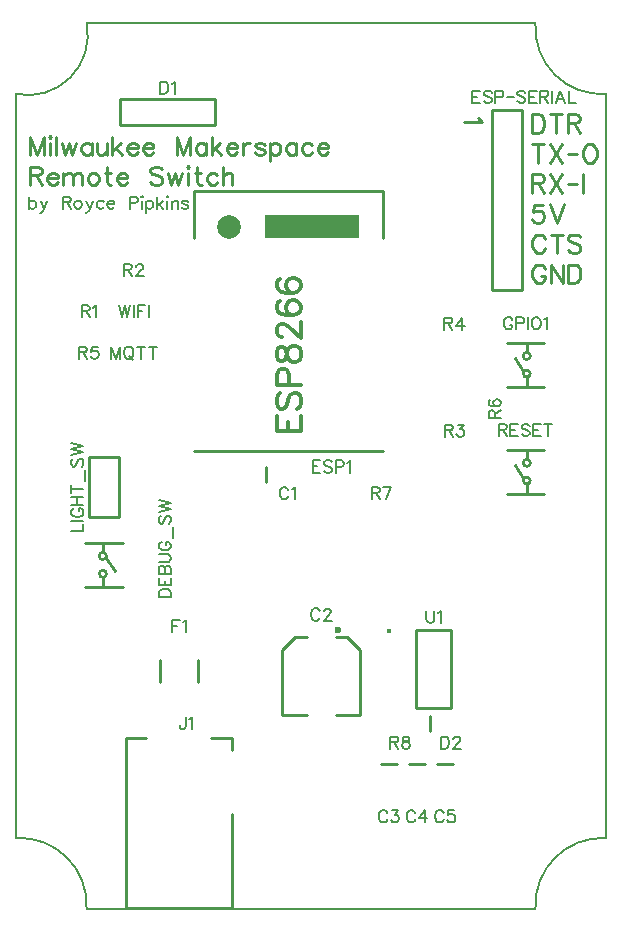
<source format=gto>
G04 DipTrace 3.0.0.0*
G04 TopSilk.gbr*
%MOIN*%
G04 #@! TF.FileFunction,Legend,Top*
G04 #@! TF.Part,Single*
%ADD10C,0.009843*%
%ADD11C,0.006*%
%ADD18C,0.02362*%
%ADD24C,0.07874*%
%ADD34C,0.015433*%
%ADD77C,0.006176*%
%ADD78C,0.009264*%
%ADD79C,0.012351*%
%FSLAX26Y26*%
G04*
G70*
G90*
G75*
G01*
G04 TopSilk*
%LPD*%
X1148778Y647427D2*
D10*
X1068071Y647395D1*
X1148778Y647427D2*
Y863932D1*
X1105462Y907227D2*
X1148778Y863932D1*
X1105462Y907227D2*
X1068071D1*
X969643Y647395D2*
X888936Y647427D1*
Y863932D1*
X932251Y907227D2*
X888936Y863932D1*
X969643Y907227D2*
X932251D1*
D18*
X1075931Y930882D3*
X1312022Y483852D2*
D10*
X1363164D1*
X1405735D2*
X1456877D1*
X1218310D2*
X1269451D1*
X833732Y1423277D2*
Y1474419D1*
X348815Y2698531D2*
X663776D1*
X348815Y2611917D2*
X663776D1*
X348815Y2698531D2*
Y2611917D1*
X663776Y2698531D2*
Y2611917D1*
X1381705Y591940D2*
Y643081D1*
X593812Y2392516D2*
Y2235051D1*
X1223734Y2392516D2*
Y2235051D1*
X593812Y2392516D2*
X1223734D1*
Y1526374D2*
X593812D1*
D24*
X711923Y2274417D3*
G36*
X830033Y2313783D2*
X1144993D1*
Y2235051D1*
X830033D1*
Y2313783D1*
G37*
X1687661Y2661457D2*
D10*
X1587694D1*
Y2061450D1*
X1687661D1*
Y2661457D1*
X481951Y830411D2*
Y755413D1*
X607939Y830411D2*
Y755413D1*
X1636550Y1530106D2*
X1762503D1*
X1636550Y1384437D2*
X1762503D1*
X1703454Y1530106D2*
Y1498610D1*
Y1388374D2*
Y1411996D1*
X1691637Y1427744D2*
G02X1691637Y1427744I11817J0D01*
G01*
Y1486799D2*
G02X1691637Y1486799I11817J0D01*
G01*
Y1435618D2*
X1664077Y1478925D1*
X366642Y1828D2*
X720991D1*
Y316778D1*
Y529408D2*
Y568762D1*
X652081D1*
X435552D2*
X366642D1*
Y1828D1*
X243781Y1305098D2*
X343781D1*
X243781Y1505098D2*
Y1305098D1*
Y1505098D2*
X343781D1*
Y1305098D1*
X1636550Y1886394D2*
X1762503D1*
X1636550Y1740724D2*
X1762503D1*
X1703454Y1886394D2*
Y1854898D1*
Y1744661D2*
Y1768283D1*
X1691637Y1784031D2*
G02X1691637Y1784031I11817J0D01*
G01*
Y1843087D2*
G02X1691637Y1843087I11817J0D01*
G01*
Y1791906D2*
X1664077Y1835213D1*
D34*
X1244961Y927676D3*
X1334189Y928728D2*
D10*
Y668860D1*
X1452299Y928728D2*
Y668860D1*
X1334189D2*
X1452299D1*
X1334189Y928728D2*
X1452299D1*
X357409Y1073808D2*
X231457D1*
X357409Y1219478D2*
X231457D1*
X290506Y1073808D2*
Y1105304D1*
Y1215541D2*
Y1191919D1*
X278689Y1176171D2*
G02X278689Y1176171I11817J0D01*
G01*
Y1117115D2*
G02X278689Y1117115I11817J0D01*
G01*
X302322Y1168297D2*
X329883Y1124990D1*
X1013632Y991713D2*
D77*
X1011731Y995515D1*
X1007884Y999362D1*
X1004081Y1001264D1*
X996432D1*
X992585Y999362D1*
X988783Y995515D1*
X986837Y991713D1*
X984936Y985965D1*
Y976370D1*
X986837Y970666D1*
X988783Y966820D1*
X992585Y963017D1*
X996432Y961071D1*
X1004081D1*
X1007884Y963017D1*
X1011731Y966820D1*
X1013632Y970666D1*
X1027929Y991669D2*
Y993570D1*
X1029830Y997417D1*
X1031731Y999318D1*
X1035578Y1001219D1*
X1043227D1*
X1047030Y999318D1*
X1048931Y997417D1*
X1050877Y993570D1*
Y989767D1*
X1048931Y985921D1*
X1045129Y980217D1*
X1025983Y961071D1*
X1052778D1*
X1331417Y318981D2*
X1329516Y322783D1*
X1325669Y326630D1*
X1321867Y328531D1*
X1314218D1*
X1310371Y326630D1*
X1306568Y322783D1*
X1304623Y318981D1*
X1302722Y313233D1*
Y303638D1*
X1304623Y297934D1*
X1306568Y294087D1*
X1310371Y290285D1*
X1314218Y288339D1*
X1321867D1*
X1325669Y290285D1*
X1329516Y294087D1*
X1331417Y297934D1*
X1362914Y288339D2*
Y328487D1*
X1343769Y301737D1*
X1372465D1*
X1426081Y318981D2*
X1424179Y322783D1*
X1420333Y326630D1*
X1416530Y328531D1*
X1408881D1*
X1405034Y326630D1*
X1401232Y322783D1*
X1399286Y318981D1*
X1397385Y313233D1*
Y303638D1*
X1399286Y297934D1*
X1401232Y294087D1*
X1405034Y290285D1*
X1408881Y288339D1*
X1416530D1*
X1420333Y290285D1*
X1424179Y294087D1*
X1426081Y297934D1*
X1461380Y328487D2*
X1442279D1*
X1440378Y311287D1*
X1442279Y313189D1*
X1448027Y315134D1*
X1453731D1*
X1459479Y313189D1*
X1463326Y309386D1*
X1465227Y303638D1*
Y299836D1*
X1463326Y294087D1*
X1459479Y290241D1*
X1453731Y288339D1*
X1448027D1*
X1442279Y290241D1*
X1440378Y292186D1*
X1438432Y295989D1*
X1238656Y318981D2*
X1236754Y322783D1*
X1232907Y326630D1*
X1229105Y328531D1*
X1221456D1*
X1217609Y326630D1*
X1213806Y322783D1*
X1211861Y318981D1*
X1209960Y313233D1*
Y303638D1*
X1211861Y297934D1*
X1213806Y294087D1*
X1217609Y290285D1*
X1221456Y288339D1*
X1229105D1*
X1232907Y290285D1*
X1236754Y294087D1*
X1238656Y297934D1*
X1254854Y328487D2*
X1275856D1*
X1264404Y313189D1*
X1270152D1*
X1273955Y311287D1*
X1275856Y309386D1*
X1277802Y303638D1*
Y299836D1*
X1275856Y294087D1*
X1272054Y290241D1*
X1266306Y288339D1*
X1260557D1*
X1254854Y290241D1*
X1252952Y292186D1*
X1251007Y295989D1*
X907984Y1396203D2*
X906083Y1400005D1*
X902236Y1403852D1*
X898433Y1405753D1*
X890784D1*
X886937Y1403852D1*
X883135Y1400005D1*
X881189Y1396203D1*
X879288Y1390455D1*
Y1380860D1*
X881189Y1375156D1*
X883135Y1371309D1*
X886937Y1367507D1*
X890784Y1365561D1*
X898433D1*
X902236Y1367507D1*
X906083Y1371309D1*
X907984Y1375156D1*
X920335Y1398060D2*
X924182Y1400005D1*
X929930Y1405709D1*
Y1365561D1*
X481925Y2757110D2*
Y2716918D1*
X495322D1*
X501070Y2718863D1*
X504917Y2722666D1*
X506818Y2726513D1*
X508720Y2732217D1*
Y2741811D1*
X506818Y2747559D1*
X504917Y2751362D1*
X501070Y2755209D1*
X495322Y2757110D1*
X481925D1*
X521071Y2749416D2*
X524918Y2751362D1*
X530666Y2757066D1*
Y2716918D1*
X1417621Y574416D2*
Y534224D1*
X1431019D1*
X1436767Y536169D1*
X1440614Y539972D1*
X1442515Y543819D1*
X1444416Y549523D1*
Y559117D1*
X1442515Y564865D1*
X1440614Y568668D1*
X1436767Y572515D1*
X1431019Y574416D1*
X1417621D1*
X1458713Y564821D2*
Y566722D1*
X1460614Y570569D1*
X1462516Y572470D1*
X1466362Y574372D1*
X1474012D1*
X1477814Y572470D1*
X1479715Y570569D1*
X1481661Y566722D1*
Y562920D1*
X1479715Y559073D1*
X1475913Y553369D1*
X1456768Y534224D1*
X1483562D1*
X1014843Y1494744D2*
X989994D1*
Y1454552D1*
X1014843D1*
X989994Y1475598D2*
X1005293D1*
X1053990Y1488996D2*
X1050187Y1492843D1*
X1044439Y1494744D1*
X1036790D1*
X1031042Y1492843D1*
X1027195Y1488996D1*
Y1485193D1*
X1029140Y1481346D1*
X1031042Y1479445D1*
X1034844Y1477544D1*
X1046340Y1473697D1*
X1050187Y1471796D1*
X1052088Y1469850D1*
X1053990Y1466048D1*
Y1460300D1*
X1050187Y1456497D1*
X1044439Y1454552D1*
X1036790D1*
X1031042Y1456497D1*
X1027195Y1460300D1*
X1066341Y1473697D2*
X1083585D1*
X1089289Y1475598D1*
X1091234Y1477544D1*
X1093136Y1481346D1*
Y1487095D1*
X1091234Y1490897D1*
X1089289Y1492843D1*
X1083585Y1494744D1*
X1066341D1*
Y1454552D1*
X1105487Y1487050D2*
X1109334Y1488996D1*
X1115082Y1494700D1*
Y1454552D1*
X1547318Y2726847D2*
X1522469D1*
Y2686655D1*
X1547318D1*
X1522469Y2707702D2*
X1537767D1*
X1586464Y2721099D2*
X1582662Y2724946D1*
X1576914Y2726847D1*
X1569264D1*
X1563516Y2724946D1*
X1559669Y2721099D1*
Y2717297D1*
X1561615Y2713450D1*
X1563516Y2711549D1*
X1567319Y2709648D1*
X1578815Y2705801D1*
X1582662Y2703900D1*
X1584563Y2701954D1*
X1586464Y2698152D1*
Y2692404D1*
X1582662Y2688601D1*
X1576914Y2686655D1*
X1569264D1*
X1563516Y2688601D1*
X1559669Y2692404D1*
X1598816Y2705801D2*
X1616060D1*
X1621763Y2707702D1*
X1623709Y2709648D1*
X1625610Y2713450D1*
Y2719198D1*
X1623709Y2723001D1*
X1621763Y2724946D1*
X1616060Y2726847D1*
X1598816D1*
Y2686655D1*
X1637962Y2706729D2*
X1660069D1*
X1699215Y2721099D2*
X1695413Y2724946D1*
X1689665Y2726847D1*
X1682016D1*
X1676268Y2724946D1*
X1672421Y2721099D1*
Y2717297D1*
X1674366Y2713450D1*
X1676268Y2711549D1*
X1680070Y2709648D1*
X1691566Y2705801D1*
X1695413Y2703900D1*
X1697314Y2701954D1*
X1699215Y2698152D1*
Y2692404D1*
X1695413Y2688601D1*
X1689665Y2686655D1*
X1682016D1*
X1676268Y2688601D1*
X1672421Y2692404D1*
X1736416Y2726847D2*
X1711567D1*
Y2686655D1*
X1736416D1*
X1711567Y2707702D2*
X1726865D1*
X1748767D2*
X1765967D1*
X1771715Y2709648D1*
X1773661Y2711549D1*
X1775562Y2715351D1*
Y2719198D1*
X1773661Y2723001D1*
X1771715Y2724946D1*
X1765967Y2726847D1*
X1748767D1*
Y2686655D1*
X1762165Y2707702D2*
X1775562Y2686655D1*
X1787914Y2726847D2*
Y2686655D1*
X1830906D2*
X1815564Y2726847D1*
X1800265Y2686655D1*
X1806013Y2700053D2*
X1825158D1*
X1843258Y2726847D2*
Y2686655D1*
X1866206D1*
X546418Y963695D2*
X521525D1*
Y923503D1*
Y944550D2*
X536824D1*
X558770Y956002D2*
X562617Y957947D1*
X568365Y963651D1*
Y923503D1*
X1609782Y1597098D2*
X1626982D1*
X1632730Y1599044D1*
X1634676Y1600945D1*
X1636577Y1604748D1*
Y1608595D1*
X1634676Y1612397D1*
X1632730Y1614343D1*
X1626982Y1616244D1*
X1609782D1*
Y1576052D1*
X1623180Y1597098D2*
X1636577Y1576052D1*
X1673778Y1616244D2*
X1648928D1*
Y1576052D1*
X1673778D1*
X1648928Y1597098D2*
X1664227D1*
X1712924Y1610496D2*
X1709121Y1614343D1*
X1703373Y1616244D1*
X1695724D1*
X1689976Y1614343D1*
X1686129Y1610496D1*
Y1606693D1*
X1688074Y1602846D1*
X1689976Y1600945D1*
X1693778Y1599044D1*
X1705274Y1595197D1*
X1709121Y1593296D1*
X1711022Y1591350D1*
X1712924Y1587548D1*
Y1581800D1*
X1709121Y1577997D1*
X1703373Y1576052D1*
X1695724D1*
X1689976Y1577997D1*
X1686129Y1581800D1*
X1750124Y1616244D2*
X1725275D1*
Y1576052D1*
X1750124D1*
X1725275Y1597098D2*
X1740574D1*
X1775873Y1616244D2*
Y1576052D1*
X1762476Y1616244D2*
X1789270D1*
X566029Y639147D2*
Y608549D1*
X564127Y602801D1*
X562182Y600900D1*
X558379Y598955D1*
X554533D1*
X550730Y600900D1*
X548829Y602801D1*
X546883Y608549D1*
Y612352D1*
X578380Y631453D2*
X582227Y633399D1*
X587975Y639102D1*
Y598955D1*
X185202Y1258537D2*
X225394D1*
Y1281485D1*
X185202Y1293836D2*
X225394D1*
X194753Y1334883D2*
X190950Y1332982D1*
X187104Y1329135D1*
X185202Y1325333D1*
Y1317683D1*
X187104Y1313837D1*
X190950Y1310034D1*
X194753Y1308089D1*
X200501Y1306187D1*
X210096D1*
X215800Y1308089D1*
X219646Y1310034D1*
X223449Y1313837D1*
X225394Y1317683D1*
Y1325333D1*
X223449Y1329135D1*
X219646Y1332982D1*
X215800Y1334883D1*
X210096D1*
Y1325333D1*
X185202Y1347235D2*
X225394D1*
X185202Y1374029D2*
X225394D1*
X204348Y1347235D2*
Y1374029D1*
X185202Y1399778D2*
X225394D1*
X185202Y1386381D2*
Y1413175D1*
X232027Y1425527D2*
Y1461872D1*
X190950Y1501018D2*
X187104Y1497216D1*
X185202Y1491468D1*
Y1483818D1*
X187104Y1478070D1*
X190950Y1474223D1*
X194753D1*
X198600Y1476169D1*
X200501Y1478070D1*
X202402Y1481873D1*
X206249Y1493369D1*
X208150Y1497216D1*
X210096Y1499117D1*
X213898Y1501018D1*
X219646D1*
X223449Y1497216D1*
X225394Y1491468D1*
Y1483818D1*
X223449Y1478070D1*
X219646Y1474223D1*
X185202Y1513370D2*
X225394Y1522964D1*
X185202Y1532515D1*
X225394Y1542065D1*
X185202Y1551660D1*
X1248539Y555271D2*
X1265738D1*
X1271487Y557216D1*
X1273432Y559117D1*
X1275333Y562920D1*
Y566767D1*
X1273432Y570569D1*
X1271487Y572515D1*
X1265738Y574416D1*
X1248539D1*
Y534224D1*
X1261936Y555271D2*
X1275333Y534224D1*
X1297235Y574372D2*
X1291531Y572470D1*
X1289586Y568668D1*
Y564821D1*
X1291531Y561019D1*
X1295334Y559073D1*
X1302983Y557172D1*
X1308731Y555271D1*
X1312534Y551424D1*
X1314435Y547621D1*
Y541873D1*
X1312534Y538071D1*
X1310633Y536125D1*
X1304885Y534224D1*
X1297235D1*
X1291531Y536125D1*
X1289586Y538071D1*
X1287685Y541873D1*
Y547621D1*
X1289586Y551424D1*
X1293433Y555271D1*
X1299137Y557172D1*
X1306786Y559073D1*
X1310633Y561019D1*
X1312534Y564821D1*
Y568668D1*
X1310633Y572470D1*
X1304885Y574372D1*
X1297235D1*
X360923Y2130373D2*
X378123D1*
X383871Y2132318D1*
X385817Y2134219D1*
X387718Y2138022D1*
Y2141869D1*
X385817Y2145671D1*
X383871Y2147617D1*
X378123Y2149518D1*
X360923D1*
Y2109326D1*
X374321Y2130373D2*
X387718Y2109326D1*
X402015Y2139923D2*
Y2141825D1*
X403916Y2145671D1*
X405817Y2147573D1*
X409664Y2149474D1*
X417313D1*
X421116Y2147573D1*
X423017Y2145671D1*
X424963Y2141825D1*
Y2138022D1*
X423017Y2134175D1*
X419215Y2128471D1*
X400069Y2109326D1*
X426864D1*
X1186010Y1386608D2*
X1203210D1*
X1208958Y1388553D1*
X1210903Y1390455D1*
X1212805Y1394257D1*
Y1398104D1*
X1210903Y1401906D1*
X1208958Y1403852D1*
X1203210Y1405753D1*
X1186010D1*
Y1365561D1*
X1199407Y1386608D2*
X1212805Y1365561D1*
X1232805D2*
X1251951Y1405709D1*
X1225156D1*
X1595964Y1635623D2*
Y1652823D1*
X1594019Y1658571D1*
X1592118Y1660517D1*
X1588315Y1662418D1*
X1584468D1*
X1580666Y1660517D1*
X1578720Y1658571D1*
X1576819Y1652823D1*
Y1635623D1*
X1617011D1*
X1595964Y1649021D2*
X1617011Y1662418D1*
X1582567Y1697717D2*
X1578764Y1695816D1*
X1576863Y1690068D1*
Y1686265D1*
X1578764Y1680517D1*
X1584513Y1676671D1*
X1594063Y1674769D1*
X1603614D1*
X1611263Y1676670D1*
X1615110Y1680517D1*
X1617011Y1686265D1*
Y1688167D1*
X1615110Y1693870D1*
X1611263Y1697717D1*
X1605515Y1699618D1*
X1603614D1*
X1597866Y1697717D1*
X1594063Y1693870D1*
X1592162Y1688167D1*
Y1686265D1*
X1594063Y1680517D1*
X1597866Y1676671D1*
X1603614Y1674769D1*
X1429683Y1595130D2*
X1446883D1*
X1452631Y1597075D1*
X1454577Y1598977D1*
X1456478Y1602779D1*
Y1606626D1*
X1454577Y1610429D1*
X1452631Y1612374D1*
X1446883Y1614275D1*
X1429683D1*
Y1574083D1*
X1443081Y1595130D2*
X1456478Y1574083D1*
X1472676Y1614231D2*
X1493678D1*
X1482227Y1598932D1*
X1487975D1*
X1491777Y1597031D1*
X1493678Y1595130D1*
X1495624Y1589382D1*
Y1585579D1*
X1493678Y1579831D1*
X1489876Y1575985D1*
X1484128Y1574083D1*
X1478380D1*
X1472676Y1575985D1*
X1470775Y1577930D1*
X1468829Y1581733D1*
X1428733Y1951417D2*
X1445932D1*
X1451680Y1953363D1*
X1453626Y1955264D1*
X1455527Y1959067D1*
Y1962913D1*
X1453626Y1966716D1*
X1451680Y1968661D1*
X1445932Y1970563D1*
X1428733D1*
Y1930371D1*
X1442130Y1951417D2*
X1455527Y1930371D1*
X1487024D2*
Y1970518D1*
X1467879Y1943768D1*
X1496575D1*
X1655678Y1962981D2*
X1653777Y1966783D1*
X1649930Y1970630D1*
X1646128Y1972531D1*
X1638478D1*
X1634631Y1970630D1*
X1630829Y1966783D1*
X1628883Y1962981D1*
X1626982Y1957233D1*
Y1947638D1*
X1628883Y1941934D1*
X1630829Y1938087D1*
X1634631Y1934285D1*
X1638478Y1932339D1*
X1646128D1*
X1649930Y1934285D1*
X1653777Y1938087D1*
X1655678Y1941934D1*
Y1947638D1*
X1646128D1*
X1668029Y1951485D2*
X1685274D1*
X1690977Y1953386D1*
X1692923Y1955331D1*
X1694824Y1959134D1*
Y1964882D1*
X1692923Y1968684D1*
X1690977Y1970630D1*
X1685274Y1972531D1*
X1668029D1*
Y1932339D1*
X1707176Y1972531D2*
Y1932339D1*
X1731023Y1972531D2*
X1727176Y1970630D1*
X1723374Y1966783D1*
X1721428Y1962981D1*
X1719527Y1957233D1*
Y1947638D1*
X1721428Y1941934D1*
X1723374Y1938087D1*
X1727176Y1934285D1*
X1731023Y1932339D1*
X1738672D1*
X1742475Y1934285D1*
X1746322Y1938087D1*
X1748223Y1941934D1*
X1750124Y1947638D1*
Y1957233D1*
X1748223Y1962981D1*
X1746322Y1966783D1*
X1742475Y1970630D1*
X1738672Y1972531D1*
X1731023D1*
X1762476Y1964838D2*
X1766322Y1966783D1*
X1772070Y1972487D1*
Y1932339D1*
X1368874Y993970D2*
Y965274D1*
X1370775Y959526D1*
X1374622Y955724D1*
X1380370Y953778D1*
X1384172D1*
X1389920Y955724D1*
X1393767Y959526D1*
X1395668Y965274D1*
Y993970D1*
X1408020Y986277D2*
X1411866Y988222D1*
X1417615Y993926D1*
Y953778D1*
X348550Y1834297D2*
Y1874489D1*
X333251Y1834297D1*
X317953Y1874489D1*
Y1834297D1*
X372397Y1874489D2*
X368595Y1872632D1*
X364748Y1868785D1*
X362847Y1864939D1*
X360901Y1859191D1*
Y1849640D1*
X362847Y1843892D1*
X364748Y1840089D1*
X368595Y1836243D1*
X372397Y1834341D1*
X380047D1*
X383893Y1836243D1*
X387696Y1840089D1*
X389597Y1843892D1*
X391543Y1849640D1*
Y1859191D1*
X389597Y1864939D1*
X387696Y1868785D1*
X383893Y1872632D1*
X380047Y1874489D1*
X372397D1*
X378145Y1841991D2*
X389597Y1830495D1*
X417291Y1874489D2*
Y1834297D1*
X403894Y1874489D2*
X430689D1*
X456437D2*
Y1834297D1*
X443040Y1874489D2*
X469835D1*
X219303Y1992858D2*
X236503D1*
X242251Y1994804D1*
X244196Y1996705D1*
X246097Y2000508D1*
Y2004354D1*
X244196Y2008157D1*
X242251Y2010102D1*
X236503Y2012004D1*
X219303D1*
Y1971812D1*
X232700Y1992858D2*
X246097Y1971812D1*
X258449Y2004310D2*
X262296Y2006256D1*
X268044Y2011959D1*
Y1971812D1*
X210703Y1855344D2*
X227903D1*
X233651Y1857289D1*
X235596Y1859191D1*
X237498Y1862993D1*
Y1866840D1*
X235596Y1870642D1*
X233651Y1872588D1*
X227903Y1874489D1*
X210703D1*
Y1834297D1*
X224100Y1855344D2*
X237498Y1834297D1*
X272797Y1874445D2*
X253696D1*
X251794Y1857245D1*
X253696Y1859146D1*
X259444Y1861092D1*
X265148D1*
X270896Y1859146D1*
X274742Y1855344D1*
X276644Y1849596D1*
Y1845793D1*
X274742Y1840045D1*
X270896Y1836198D1*
X265148Y1834297D1*
X259444D1*
X253696Y1836198D1*
X251794Y1838144D1*
X249849Y1841947D1*
X343775Y2012004D2*
X353369Y1971812D1*
X362920Y2012004D1*
X372470Y1971812D1*
X382065Y2012004D1*
X394417D2*
Y1971812D1*
X431661Y2012004D2*
X406768D1*
Y1971812D1*
Y1992858D2*
X422067D1*
X444013Y2012004D2*
Y1971812D1*
X477291Y1040021D2*
X517483D1*
Y1053418D1*
X515538Y1059166D1*
X511735Y1063013D1*
X507889Y1064914D1*
X502185Y1066815D1*
X492590D1*
X486842Y1064914D1*
X483039Y1063013D1*
X479193Y1059166D1*
X477291Y1053418D1*
Y1040021D1*
Y1104016D2*
Y1079167D1*
X517483D1*
Y1104016D1*
X496437Y1079167D2*
Y1094465D1*
X477291Y1116367D2*
X517483D1*
Y1133611D1*
X515538Y1139359D1*
X513637Y1141261D1*
X509834Y1143162D1*
X504086D1*
X500239Y1141261D1*
X498338Y1139359D1*
X496437Y1133611D1*
X494491Y1139359D1*
X492590Y1141261D1*
X488787Y1143162D1*
X484941D1*
X481138Y1141261D1*
X479193Y1139359D1*
X477291Y1133611D1*
Y1116367D1*
X496437D2*
Y1133611D1*
X477291Y1155513D2*
X505987D1*
X511735Y1157415D1*
X515538Y1161261D1*
X517483Y1167009D1*
Y1170812D1*
X515538Y1176560D1*
X511735Y1180407D1*
X505987Y1182308D1*
X477291D1*
X486842Y1223355D2*
X483039Y1221454D1*
X479193Y1217607D1*
X477291Y1213805D1*
Y1206156D1*
X479193Y1202309D1*
X483039Y1198506D1*
X486842Y1196561D1*
X492590Y1194659D1*
X502185D1*
X507889Y1196561D1*
X511735Y1198506D1*
X515538Y1202309D1*
X517483Y1206156D1*
Y1213805D1*
X515538Y1217607D1*
X511735Y1221454D1*
X507889Y1223355D1*
X502185D1*
Y1213805D1*
X524116Y1235707D2*
Y1272052D1*
X483039Y1311198D2*
X479193Y1307396D1*
X477291Y1301648D1*
Y1293998D1*
X479193Y1288250D1*
X483039Y1284403D1*
X486842D1*
X490689Y1286349D1*
X492590Y1288250D1*
X494491Y1292053D1*
X498338Y1303549D1*
X500239Y1307396D1*
X502185Y1309297D1*
X505987Y1311198D1*
X511735D1*
X515538Y1307396D1*
X517483Y1301648D1*
Y1293998D1*
X515538Y1288250D1*
X511735Y1284403D1*
X477291Y1323549D2*
X517483Y1333144D1*
X477291Y1342695D1*
X517483Y1352245D1*
X477291Y1361840D1*
X92814Y2513548D2*
D78*
Y2573836D1*
X69866Y2513548D1*
X46918Y2573836D1*
Y2513548D1*
X111341Y2573836D2*
X114193Y2570984D1*
X117111Y2573836D1*
X114193Y2576754D1*
X111341Y2573836D1*
X114193Y2553740D2*
Y2513548D1*
X135638Y2573836D2*
Y2513548D1*
X154165Y2553740D2*
X165639Y2513548D1*
X177113Y2553740D1*
X188587Y2513548D1*
X200061Y2553740D1*
X253010D2*
Y2513548D1*
Y2545118D2*
X247306Y2550888D1*
X241536Y2553740D1*
X232980D1*
X227210Y2550888D1*
X221506Y2545118D1*
X218588Y2536496D1*
Y2530792D1*
X221506Y2522170D1*
X227210Y2516466D1*
X232980Y2513548D1*
X241536D1*
X247306Y2516466D1*
X253010Y2522170D1*
X271537Y2553740D2*
Y2525022D1*
X274389Y2516466D1*
X280159Y2513548D1*
X288781D1*
X294485Y2516466D1*
X303107Y2525022D1*
Y2553740D2*
Y2513548D1*
X321634Y2573836D2*
Y2513548D1*
X350352Y2553740D2*
X321634Y2525022D1*
X333108Y2536496D2*
X353204Y2513548D1*
X371731Y2536496D2*
X406153D1*
Y2542266D1*
X403301Y2548036D1*
X400449Y2550888D1*
X394679Y2553740D1*
X386057D1*
X380353Y2550888D1*
X374583Y2545118D1*
X371731Y2536496D1*
Y2530792D1*
X374583Y2522170D1*
X380353Y2516466D1*
X386057Y2513548D1*
X394679D1*
X400449Y2516466D1*
X406153Y2522170D1*
X424680Y2536496D2*
X459102D1*
Y2542266D1*
X456250Y2548036D1*
X453398Y2550888D1*
X447628Y2553740D1*
X439006D1*
X433302Y2550888D1*
X427532Y2545118D1*
X424680Y2536496D1*
Y2530792D1*
X427532Y2522170D1*
X433302Y2516466D1*
X439006Y2513548D1*
X447628D1*
X453398Y2516466D1*
X459102Y2522170D1*
X581846Y2513548D2*
Y2573836D1*
X558898Y2513548D1*
X535950Y2573836D1*
Y2513548D1*
X634795Y2553740D2*
Y2513548D1*
Y2545118D2*
X629091Y2550888D1*
X623321Y2553740D1*
X614765D1*
X608995Y2550888D1*
X603291Y2545118D1*
X600373Y2536496D1*
Y2530792D1*
X603291Y2522170D1*
X608995Y2516466D1*
X614765Y2513548D1*
X623321D1*
X629091Y2516466D1*
X634795Y2522170D1*
X653322Y2573836D2*
Y2513548D1*
X682040Y2553740D2*
X653322Y2525022D1*
X664796Y2536496D2*
X684892Y2513548D1*
X703419Y2536496D2*
X737841D1*
Y2542266D1*
X734989Y2548036D1*
X732137Y2550888D1*
X726367Y2553740D1*
X717745D1*
X712041Y2550888D1*
X706271Y2545118D1*
X703419Y2536496D1*
Y2530792D1*
X706271Y2522170D1*
X712041Y2516466D1*
X717745Y2513548D1*
X726367D1*
X732137Y2516466D1*
X737841Y2522170D1*
X756368Y2553740D2*
Y2513548D1*
Y2536496D2*
X759286Y2545118D1*
X764990Y2550888D1*
X770760Y2553740D1*
X779382D1*
X829479Y2545118D2*
X826627Y2550888D1*
X818005Y2553740D1*
X809383D1*
X800761Y2550888D1*
X797909Y2545118D1*
X800761Y2539414D1*
X806531Y2536496D1*
X820857Y2533644D1*
X826627Y2530792D1*
X829479Y2525022D1*
Y2522170D1*
X826627Y2516466D1*
X818005Y2513548D1*
X809383D1*
X800761Y2516466D1*
X797909Y2522170D1*
X848006Y2553740D2*
Y2493452D1*
Y2545118D2*
X853777Y2550822D1*
X859480Y2553740D1*
X868102D1*
X873873Y2550822D1*
X879576Y2545118D1*
X882495Y2536496D1*
Y2530726D1*
X879576Y2522170D1*
X873873Y2516400D1*
X868102Y2513548D1*
X859480D1*
X853777Y2516400D1*
X848006Y2522170D1*
X935444Y2553740D2*
Y2513548D1*
Y2545118D2*
X929740Y2550888D1*
X923970Y2553740D1*
X915414D1*
X909644Y2550888D1*
X903940Y2545118D1*
X901022Y2536496D1*
Y2530792D1*
X903940Y2522170D1*
X909644Y2516466D1*
X915414Y2513548D1*
X923970D1*
X929740Y2516466D1*
X935444Y2522170D1*
X988459Y2545118D2*
X982689Y2550888D1*
X976919Y2553740D1*
X968363D1*
X962593Y2550888D1*
X956889Y2545118D1*
X953971Y2536496D1*
Y2530792D1*
X956889Y2522170D1*
X962593Y2516466D1*
X968363Y2513548D1*
X976919D1*
X982689Y2516466D1*
X988459Y2522170D1*
X1006986Y2536496D2*
X1041408D1*
Y2542266D1*
X1038556Y2548036D1*
X1035704Y2550888D1*
X1029934Y2553740D1*
X1021312D1*
X1015608Y2550888D1*
X1009838Y2545118D1*
X1006986Y2536496D1*
Y2530792D1*
X1009838Y2522170D1*
X1015608Y2516466D1*
X1021312Y2513548D1*
X1029934D1*
X1035704Y2516466D1*
X1041408Y2522170D1*
X46918Y2445107D2*
X72718D1*
X81340Y2448026D1*
X84258Y2450878D1*
X87110Y2456581D1*
Y2462351D1*
X84258Y2468055D1*
X81340Y2470974D1*
X72718Y2473825D1*
X46918D1*
Y2413537D1*
X67014Y2445107D2*
X87110Y2413537D1*
X105637Y2436485D2*
X140059D1*
Y2442255D1*
X137207Y2448026D1*
X134355Y2450878D1*
X128585Y2453729D1*
X119963D1*
X114259Y2450878D1*
X108489Y2445107D1*
X105637Y2436485D1*
Y2430782D1*
X108489Y2422159D1*
X114259Y2416456D1*
X119963Y2413537D1*
X128585D1*
X134355Y2416456D1*
X140059Y2422159D1*
X158586Y2453729D2*
Y2413537D1*
Y2442255D2*
X167208Y2450878D1*
X172978Y2453729D1*
X181534D1*
X187304Y2450878D1*
X190156Y2442255D1*
Y2413537D1*
Y2442255D2*
X198778Y2450878D1*
X204548Y2453729D1*
X213104D1*
X218874Y2450878D1*
X221792Y2442255D1*
Y2413537D1*
X254645Y2453729D2*
X248941Y2450878D1*
X243171Y2445107D1*
X240319Y2436485D1*
Y2430782D1*
X243171Y2422159D1*
X248941Y2416456D1*
X254645Y2413537D1*
X263267D1*
X269037Y2416456D1*
X274741Y2422159D1*
X277659Y2430782D1*
Y2436485D1*
X274741Y2445107D1*
X269037Y2450878D1*
X263267Y2453729D1*
X254645D1*
X304808Y2473825D2*
Y2425011D1*
X307660Y2416456D1*
X313431Y2413537D1*
X319134D1*
X296186Y2453729D2*
X316282D1*
X337661Y2436485D2*
X372083D1*
Y2442255D1*
X369231Y2448026D1*
X366380Y2450878D1*
X360609Y2453729D1*
X351987D1*
X346284Y2450878D1*
X340513Y2445107D1*
X337661Y2436485D1*
Y2430782D1*
X340513Y2422159D1*
X346284Y2416456D1*
X351987Y2413537D1*
X360609D1*
X366380Y2416456D1*
X372083Y2422159D1*
X489124Y2465203D2*
X483420Y2470974D1*
X474798Y2473825D1*
X463324D1*
X454702Y2470974D1*
X448932Y2465203D1*
Y2459500D1*
X451850Y2453729D1*
X454702Y2450878D1*
X460406Y2448026D1*
X477650Y2442255D1*
X483420Y2439404D1*
X486272Y2436485D1*
X489124Y2430782D1*
Y2422159D1*
X483420Y2416456D1*
X474798Y2413537D1*
X463324D1*
X454702Y2416456D1*
X448932Y2422159D1*
X507651Y2453729D2*
X519125Y2413537D1*
X530599Y2453729D1*
X542073Y2413537D1*
X553547Y2453729D1*
X572074Y2473825D2*
X574926Y2470974D1*
X577844Y2473825D1*
X574926Y2476744D1*
X572074Y2473825D1*
X574926Y2453729D2*
Y2413537D1*
X604993Y2473825D2*
Y2425011D1*
X607845Y2416456D1*
X613615Y2413537D1*
X619319D1*
X596371Y2453729D2*
X616467D1*
X672334Y2445107D2*
X666564Y2450878D1*
X660794Y2453729D1*
X652238D1*
X646468Y2450878D1*
X640764Y2445107D1*
X637846Y2436485D1*
Y2430782D1*
X640764Y2422159D1*
X646468Y2416456D1*
X652238Y2413537D1*
X660794D1*
X666564Y2416456D1*
X672334Y2422159D1*
X690861Y2473825D2*
Y2413537D1*
Y2442255D2*
X699483Y2450878D1*
X705253Y2453729D1*
X713875D1*
X719579Y2450878D1*
X722431Y2442255D1*
Y2413537D1*
X45373Y2374348D2*
D77*
Y2334156D1*
Y2355203D2*
X49220Y2359050D1*
X53023Y2360951D1*
X58771D1*
X62573Y2359050D1*
X66420Y2355203D1*
X68321Y2349455D1*
Y2345652D1*
X66420Y2339904D1*
X62573Y2336102D1*
X58771Y2334156D1*
X53023D1*
X49220Y2336102D1*
X45373Y2339904D1*
X82618Y2360951D2*
X94070Y2334156D1*
X90267Y2326507D1*
X86421Y2322660D1*
X82618Y2320759D1*
X80673D1*
X105566Y2360951D2*
X94070Y2334156D1*
X156798Y2355203D2*
X173998D1*
X179746Y2357149D1*
X181692Y2359050D1*
X183593Y2362852D1*
Y2366699D1*
X181692Y2370502D1*
X179746Y2372447D1*
X173998Y2374348D1*
X156798D1*
Y2334156D1*
X170195Y2355203D2*
X183593Y2334156D1*
X205495Y2360951D2*
X201692Y2359050D1*
X197845Y2355203D1*
X195944Y2349455D1*
Y2345652D1*
X197845Y2339904D1*
X201692Y2336102D1*
X205495Y2334156D1*
X211243D1*
X215090Y2336102D1*
X218892Y2339904D1*
X220838Y2345652D1*
Y2349455D1*
X218892Y2355203D1*
X215090Y2359050D1*
X211243Y2360951D1*
X205495D1*
X235135D2*
X246586Y2334156D1*
X242784Y2326507D1*
X238937Y2322660D1*
X235135Y2320759D1*
X233189D1*
X258082Y2360951D2*
X246586Y2334156D1*
X293426Y2355203D2*
X289579Y2359050D1*
X285732Y2360951D1*
X280029D1*
X276182Y2359050D1*
X272379Y2355203D1*
X270434Y2349455D1*
Y2345652D1*
X272379Y2339904D1*
X276182Y2336102D1*
X280029Y2334156D1*
X285732D1*
X289579Y2336102D1*
X293426Y2339904D1*
X305777Y2349455D2*
X328725D1*
Y2353302D1*
X326824Y2357149D1*
X324923Y2359050D1*
X321076Y2360951D1*
X315328D1*
X311525Y2359050D1*
X307679Y2355203D1*
X305777Y2349455D1*
Y2345652D1*
X307679Y2339904D1*
X311525Y2336102D1*
X315328Y2334156D1*
X321076D1*
X324923Y2336102D1*
X328725Y2339904D1*
X379957Y2353302D2*
X397202D1*
X402905Y2355203D1*
X404851Y2357149D1*
X406752Y2360951D1*
Y2366699D1*
X404851Y2370502D1*
X402905Y2372447D1*
X397202Y2374348D1*
X379957D1*
Y2334156D1*
X419103Y2374348D2*
X421005Y2372447D1*
X422950Y2374348D1*
X421005Y2376294D1*
X419103Y2374348D1*
X421005Y2360951D2*
Y2334156D1*
X435302Y2360951D2*
Y2320759D1*
Y2355203D2*
X439148Y2359006D1*
X442951Y2360951D1*
X448699D1*
X452546Y2359006D1*
X456348Y2355203D1*
X458294Y2349455D1*
Y2345608D1*
X456348Y2339904D1*
X452546Y2336058D1*
X448699Y2334156D1*
X442951D1*
X439148Y2336058D1*
X435302Y2339904D1*
X470645Y2374348D2*
Y2334156D1*
X489791Y2360951D2*
X470645Y2341806D1*
X478294Y2349455D2*
X491692Y2334156D1*
X504043Y2374348D2*
X505944Y2372447D1*
X507890Y2374348D1*
X505944Y2376294D1*
X504043Y2374348D1*
X505944Y2360951D2*
Y2334156D1*
X520241Y2360951D2*
Y2334156D1*
Y2353302D2*
X525989Y2359050D1*
X529836Y2360951D1*
X535540D1*
X539387Y2359050D1*
X541288Y2353302D1*
Y2334156D1*
X574686Y2355203D2*
X572785Y2359050D1*
X567037Y2360951D1*
X561289D1*
X555541Y2359050D1*
X553639Y2355203D1*
X555541Y2351400D1*
X559387Y2349455D1*
X568938Y2347554D1*
X572785Y2345652D1*
X574686Y2341806D1*
Y2339904D1*
X572785Y2336102D1*
X567037Y2334156D1*
X561289D1*
X555541Y2336102D1*
X553639Y2339904D1*
X869844Y1641839D2*
D79*
Y1592140D1*
X950228D1*
Y1641839D1*
X908135Y1592140D2*
Y1622738D1*
X881340Y1720131D2*
X873646Y1712526D1*
X869844Y1701030D1*
Y1685731D1*
X873646Y1674235D1*
X881340Y1666542D1*
X888945D1*
X896639Y1670432D1*
X900441Y1674235D1*
X904244Y1681840D1*
X911937Y1704832D1*
X915740Y1712526D1*
X919631Y1716328D1*
X927236Y1720131D1*
X938732D1*
X946337Y1712526D1*
X950228Y1701030D1*
Y1685731D1*
X946337Y1674235D1*
X938732Y1666541D1*
X911937Y1744834D2*
Y1779322D1*
X908135Y1790729D1*
X904244Y1794620D1*
X896639Y1798423D1*
X885143D1*
X877537Y1794620D1*
X873646Y1790729D1*
X869844Y1779322D1*
Y1744834D1*
X950228D1*
X869932Y1842227D2*
X873735Y1830819D1*
X881340Y1826928D1*
X889034D1*
X896639Y1830819D1*
X900530Y1838424D1*
X904332Y1853723D1*
X908135Y1865219D1*
X915828Y1872824D1*
X923433Y1876627D1*
X934929D1*
X942534Y1872824D1*
X946425Y1869022D1*
X950228Y1857525D1*
Y1842227D1*
X946425Y1830819D1*
X942534Y1826928D1*
X934929Y1823126D1*
X923433D1*
X915828Y1826928D1*
X908135Y1834622D1*
X904332Y1846029D1*
X900530Y1861328D1*
X896639Y1869022D1*
X889034Y1872824D1*
X881340D1*
X873735Y1869022D1*
X869932Y1857525D1*
Y1842227D1*
X889033Y1905220D2*
X885231D1*
X877537Y1909023D1*
X873735Y1912825D1*
X869932Y1920519D1*
Y1935818D1*
X873735Y1943423D1*
X877537Y1947225D1*
X885231Y1951116D1*
X892836D1*
X900530Y1947225D1*
X911937Y1939620D1*
X950228Y1901329D1*
Y1954919D1*
X881340Y2025517D2*
X873735Y2021715D1*
X869932Y2010219D1*
Y2002614D1*
X873735Y1991118D1*
X885231Y1983424D1*
X904332Y1979622D1*
X923433D1*
X938732Y1983424D1*
X946425Y1991118D1*
X950228Y2002614D1*
Y2006416D1*
X946425Y2017824D1*
X938732Y2025517D1*
X927236Y2029320D1*
X923433D1*
X911937Y2025517D1*
X904332Y2017824D1*
X900530Y2006416D1*
Y2002614D1*
X904332Y1991118D1*
X911937Y1983424D1*
X923433Y1979622D1*
X881340Y2099919D2*
X873735Y2096116D1*
X869932Y2084620D1*
Y2077015D1*
X873735Y2065519D1*
X885231Y2057825D1*
X904332Y2054023D1*
X923433D1*
X938732Y2057825D1*
X946425Y2065519D1*
X950228Y2077015D1*
Y2080817D1*
X946425Y2092225D1*
X938732Y2099919D1*
X927236Y2103721D1*
X923433D1*
X911937Y2099919D1*
X904332Y2092225D1*
X900530Y2080817D1*
Y2077015D1*
X904332Y2065519D1*
X911937Y2057825D1*
X923433Y2054023D1*
X1721880Y2647919D2*
D78*
Y2587631D1*
X1741976D1*
X1750598Y2590549D1*
X1756368Y2596253D1*
X1759220Y2602023D1*
X1762072Y2610579D1*
Y2624971D1*
X1759220Y2633593D1*
X1756368Y2639297D1*
X1750598Y2645067D1*
X1741976Y2647919D1*
X1721880D1*
X1800695D2*
Y2587631D1*
X1780599Y2647919D2*
X1820791D1*
X1839318Y2619201D2*
X1865118D1*
X1873740Y2622119D1*
X1876658Y2624971D1*
X1879510Y2630675D1*
Y2636445D1*
X1876658Y2642148D1*
X1873740Y2645067D1*
X1865118Y2647919D1*
X1839318D1*
Y2587631D1*
X1859414Y2619201D2*
X1879510Y2587631D1*
X1741976Y2547928D2*
Y2487640D1*
X1721880Y2547928D2*
X1762072D1*
X1780599D2*
X1820791Y2487640D1*
Y2547928D2*
X1780599Y2487640D1*
X1839318Y2517750D2*
X1872480D1*
X1908251Y2547928D2*
X1902481Y2545076D1*
X1896777Y2539306D1*
X1893859Y2533602D1*
X1891007Y2524980D1*
Y2510587D1*
X1893859Y2502032D1*
X1896777Y2496262D1*
X1902481Y2490558D1*
X1908251Y2487640D1*
X1919725D1*
X1925429Y2490558D1*
X1931199Y2496262D1*
X1934051Y2502032D1*
X1936903Y2510587D1*
Y2524980D1*
X1934051Y2533602D1*
X1931199Y2539306D1*
X1925429Y2545076D1*
X1919725Y2547928D1*
X1908251D1*
X1721880Y2419219D2*
X1747680D1*
X1756302Y2422137D1*
X1759220Y2424989D1*
X1762072Y2430692D1*
Y2436463D1*
X1759220Y2442166D1*
X1756302Y2445085D1*
X1747680Y2447937D1*
X1721880D1*
Y2387649D1*
X1741976Y2419219D2*
X1762072Y2387649D1*
X1780599Y2447937D2*
X1820791Y2387649D1*
Y2447937D2*
X1780599Y2387649D1*
X1839318Y2417759D2*
X1872480D1*
X1891007Y2447937D2*
Y2387649D1*
X1756302Y2347879D2*
X1727650D1*
X1724798Y2322079D1*
X1727650Y2324931D1*
X1736272Y2327850D1*
X1744828D1*
X1753450Y2324931D1*
X1759220Y2319228D1*
X1762072Y2310605D1*
Y2304902D1*
X1759220Y2296280D1*
X1753450Y2290509D1*
X1744828Y2287658D1*
X1736272D1*
X1727650Y2290509D1*
X1724798Y2293428D1*
X1721880Y2299132D1*
X1780599Y2347946D2*
X1803547Y2287658D1*
X1826495Y2347946D1*
X1764924Y2233568D2*
X1762072Y2239272D1*
X1756302Y2245042D1*
X1750598Y2247894D1*
X1739124D1*
X1733354Y2245042D1*
X1727650Y2239272D1*
X1724732Y2233568D1*
X1721880Y2224946D1*
Y2210554D1*
X1724732Y2201998D1*
X1727650Y2196228D1*
X1733354Y2190524D1*
X1739124Y2187606D1*
X1750598D1*
X1756302Y2190524D1*
X1762072Y2196228D1*
X1764924Y2201998D1*
X1803547Y2247894D2*
Y2187606D1*
X1783451Y2247894D2*
X1823643D1*
X1882362Y2239272D2*
X1876658Y2245042D1*
X1868036Y2247894D1*
X1856562D1*
X1847940Y2245042D1*
X1842170Y2239272D1*
Y2233568D1*
X1845088Y2227798D1*
X1847940Y2224946D1*
X1853644Y2222094D1*
X1870888Y2216324D1*
X1876658Y2213472D1*
X1879510Y2210554D1*
X1882362Y2204850D1*
Y2196228D1*
X1876658Y2190524D1*
X1868036Y2187606D1*
X1856562D1*
X1847940Y2190524D1*
X1842170Y2196228D1*
X1764924Y2133577D2*
X1762072Y2139281D1*
X1756302Y2145051D1*
X1750598Y2147903D1*
X1739124D1*
X1733354Y2145051D1*
X1727650Y2139281D1*
X1724732Y2133577D1*
X1721880Y2124955D1*
Y2110563D1*
X1724732Y2102007D1*
X1727650Y2096237D1*
X1733354Y2090533D1*
X1739124Y2087615D1*
X1750598D1*
X1756302Y2090533D1*
X1762072Y2096237D1*
X1764924Y2102007D1*
Y2110563D1*
X1750598D1*
X1823643Y2147903D2*
Y2087615D1*
X1783451Y2147903D1*
Y2087615D1*
X1842170Y2147903D2*
Y2087615D1*
X1862266D1*
X1870888Y2090533D1*
X1876658Y2096237D1*
X1879510Y2102007D1*
X1882362Y2110563D1*
Y2124955D1*
X1879510Y2133577D1*
X1876658Y2139281D1*
X1870888Y2145051D1*
X1862266Y2147903D1*
X1842170D1*
X1541993Y2637119D2*
X1544911Y2631349D1*
X1553467Y2622727D1*
X1493245D1*
G04 BoardOutline*
X0Y236220D2*
D11*
Y2716535D1*
X1968504Y236220D2*
Y2716535D1*
X236220Y0D2*
X1732283D1*
X236220Y2952756D2*
X1732283D1*
X0Y236220D2*
G02X236220Y0I12740J-223481D01*
G01*
Y2952756D2*
G02X0Y2716535I-195822J-40399D01*
G01*
X1968504D2*
G02X1732283Y2952756I-15197J221024D01*
G01*
Y0D2*
G02X1968504Y236220I223955J12266D01*
G01*
M02*

</source>
